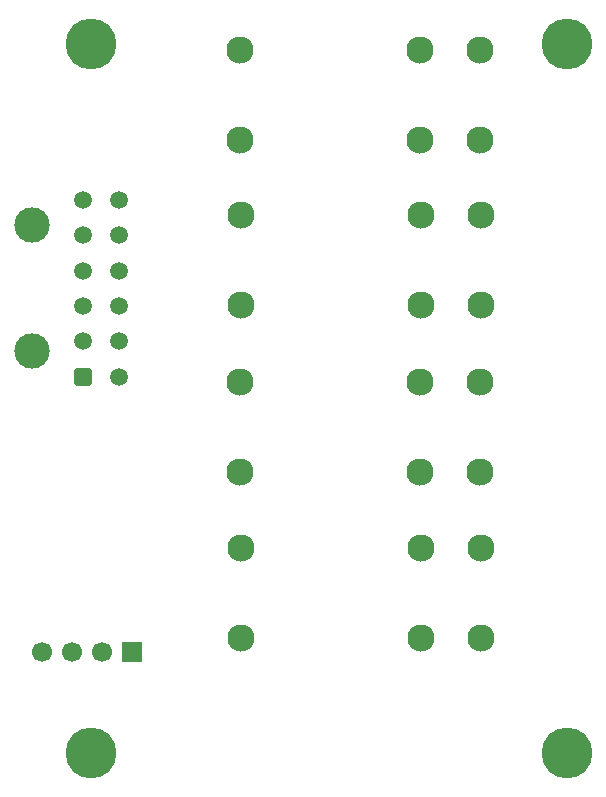
<source format=gbr>
%TF.GenerationSoftware,KiCad,Pcbnew,9.0.4*%
%TF.CreationDate,2026-01-15T15:25:04-08:00*%
%TF.ProjectId,relayBoard,72656c61-7942-46f6-9172-642e6b696361,rev?*%
%TF.SameCoordinates,Original*%
%TF.FileFunction,Soldermask,Bot*%
%TF.FilePolarity,Negative*%
%FSLAX46Y46*%
G04 Gerber Fmt 4.6, Leading zero omitted, Abs format (unit mm)*
G04 Created by KiCad (PCBNEW 9.0.4) date 2026-01-15 15:25:04*
%MOMM*%
%LPD*%
G01*
G04 APERTURE LIST*
G04 Aperture macros list*
%AMRoundRect*
0 Rectangle with rounded corners*
0 $1 Rounding radius*
0 $2 $3 $4 $5 $6 $7 $8 $9 X,Y pos of 4 corners*
0 Add a 4 corners polygon primitive as box body*
4,1,4,$2,$3,$4,$5,$6,$7,$8,$9,$2,$3,0*
0 Add four circle primitives for the rounded corners*
1,1,$1+$1,$2,$3*
1,1,$1+$1,$4,$5*
1,1,$1+$1,$6,$7*
1,1,$1+$1,$8,$9*
0 Add four rect primitives between the rounded corners*
20,1,$1+$1,$2,$3,$4,$5,0*
20,1,$1+$1,$4,$5,$6,$7,0*
20,1,$1+$1,$6,$7,$8,$9,0*
20,1,$1+$1,$8,$9,$2,$3,0*%
G04 Aperture macros list end*
%ADD10C,4.300000*%
%ADD11C,1.500000*%
%ADD12RoundRect,0.250001X0.499999X-0.499999X0.499999X0.499999X-0.499999X0.499999X-0.499999X-0.499999X0*%
%ADD13C,3.000000*%
%ADD14C,2.300000*%
%ADD15R,1.700000X1.700000*%
%ADD16C,1.700000*%
G04 APERTURE END LIST*
D10*
%TO.C,H1*%
X126430000Y-38930000D03*
%TD*%
%TO.C,H2*%
X86160000Y-38930000D03*
%TD*%
%TO.C,H3*%
X126430000Y-98920000D03*
%TD*%
%TO.C,H4*%
X86160000Y-98920000D03*
%TD*%
D11*
%TO.C,J1*%
X88490000Y-52110000D03*
X88490000Y-55110000D03*
X88490000Y-58110000D03*
X88490000Y-61110000D03*
X88490000Y-64110000D03*
X88490000Y-67110000D03*
X85490000Y-52110000D03*
X85490000Y-55110000D03*
X85490000Y-58110000D03*
X85490000Y-61110000D03*
X85490000Y-64110000D03*
D12*
X85490000Y-67110000D03*
D13*
X81170000Y-54250000D03*
X81170000Y-64950000D03*
%TD*%
D14*
%TO.C,K6*%
X98740000Y-47020000D03*
X113980000Y-47020000D03*
X119060000Y-47020000D03*
X119060000Y-39400000D03*
X113980000Y-39400000D03*
X98740000Y-39400000D03*
%TD*%
%TO.C,K4*%
X98750000Y-75170000D03*
X113990000Y-75170000D03*
X119070000Y-75170000D03*
X119070000Y-67550000D03*
X113990000Y-67550000D03*
X98750000Y-67550000D03*
%TD*%
%TO.C,K5*%
X98830000Y-61060000D03*
X114070000Y-61060000D03*
X119150000Y-61060000D03*
X119150000Y-53440000D03*
X114070000Y-53440000D03*
X98830000Y-53440000D03*
%TD*%
D15*
%TO.C,J2*%
X89590000Y-90360000D03*
D16*
X87050000Y-90360000D03*
X84510000Y-90360000D03*
X81970000Y-90360000D03*
%TD*%
D14*
%TO.C,K7*%
X98830000Y-89250000D03*
X114070000Y-89250000D03*
X119150000Y-89250000D03*
X119150000Y-81630000D03*
X114070000Y-81630000D03*
X98830000Y-81630000D03*
%TD*%
M02*

</source>
